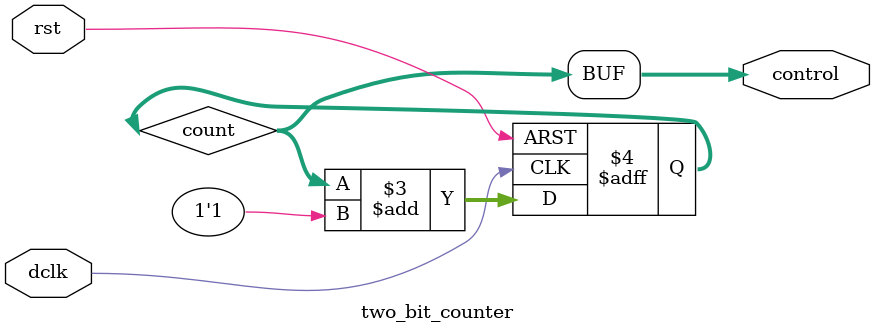
<source format=v>
`timescale 1ns / 1ps

// ==============================================================================
// 										  Define Module
// ==============================================================================
module two_bit_counter(
		dclk,
		rst,
		control
);

// ==============================================================================
// 									   Port Declarations
// ==============================================================================
			
			input        dclk;
			input        rst;
			output [1:0] control;
   
// ==============================================================================
// 							 Parameters, Registers, and Wires
// ==============================================================================   
			
			reg [1:0]    count;
   
// ==============================================================================
// 										Implementation
// ==============================================================================   

			// Counting process
			always @(posedge dclk or posedge rst)
				
				begin
					if (rst == 1'b1)
						count <= {2{1'b0}};
					else
						count <= count + 1'b1;
				end
			
			// Assign output control bus
			assign control = count;
   
endmodule


</source>
